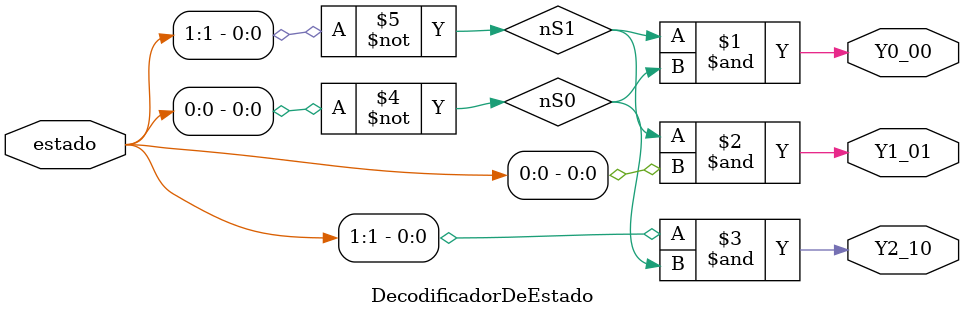
<source format=v>
module DecodificadorDeEstado(
    input  [1:0] estado,  // Entrada de 2 bits (vem do contador)
    output       Y0_00,   // Saída "Enable" para o estado 00
    output       Y1_01,   // Saída "Enable" para o estado 01
    output       Y2_10    // Saída "Enable" para o estado 10
);

    // --- SINAIS INTERNOS ---
    wire nS0, nS1; // Negação dos bits de estado

    // --- LÓGICA ESTRUTURAL ---

    // 1. Inversores
    not (nS0, estado[0]); // Negação do bit 0
    not (nS1, estado[1]); // Negação do bit 1

    // 2. Decodificador (Portas AND)

    // Saída Y0_00: Ativa em estado = 00 (nS1 e nS0)
    and (Y0_00, nS1, nS0);

    // Saída Y1_01: Ativa em estado = 01 (nS1 e estado[0])
    and (Y1_01, nS1, estado[0]);

    // Saída Y2_10: Ativa em estado = 10 (estado[1] e nS0)
    and (Y2_10, estado[1], nS0);

endmodule
</source>
